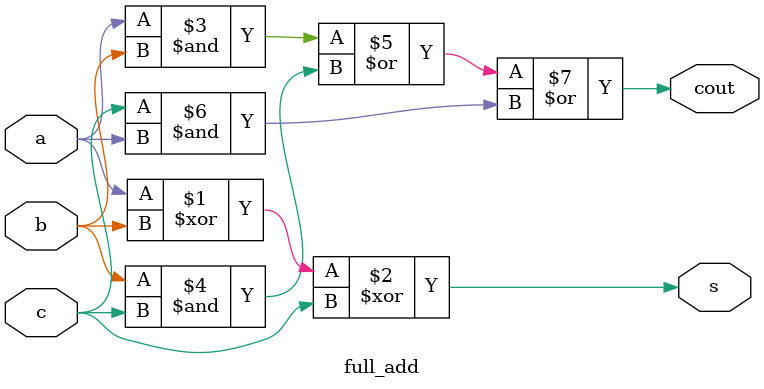
<source format=v>
`timescale 1ns / 1ps


module full_add(s,cout,a,b,c);
input a,b,c;
output s,cout;
assign s=a^b^c;
assign cout=(a&b)|(b&c)|(c&a);
endmodule

</source>
